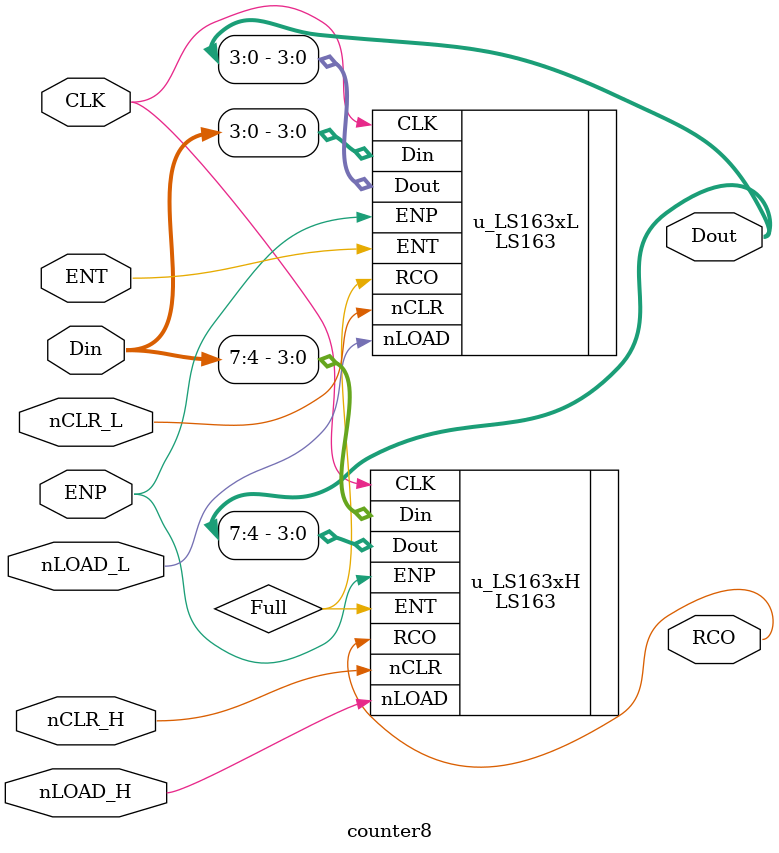
<source format=v>

module counter8(CLK, nCLR_L, nCLR_H, nLOAD_L, nLOAD_H, ENP, ENT, Din, Dout, RCO);
    input           CLK;
    input           nCLR_L, nCLR_H;
    input           nLOAD_L, nLOAD_H;
    input           ENP, ENT;
    input  [7:0]    Din;
    output [7:0]    Dout;
    output          RCO;

    wire Full;
    
    LS163 u_LS163xL(
            .nCLR(nCLR_L),
            .nLOAD(nLOAD_L),
            .Din(Din[3:0]),
            .CLK(CLK),
            .ENP(ENP),
            .ENT(ENT),
            .Dout(Dout[3:0]),
            .RCO(Full));

    LS163 u_LS163xH(
            .nCLR(nCLR_H),
            .nLOAD(nLOAD_H),
            .Din(Din[7:4]),
            .CLK(CLK),
            .ENP(ENP),
            .ENT(Full),
            .Dout(Dout[7:4]),
            .RCO(RCO));

endmodule

</source>
